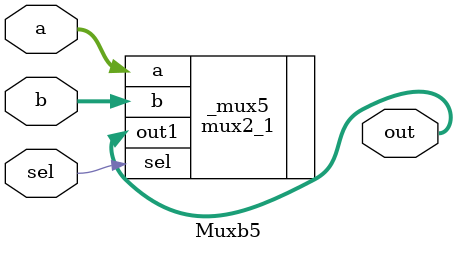
<source format=v>
module Muxb5(out,a,b,sel);
    input [4:0] a;
    input [4:0] b;
    input sel;
    output [4:0] out;
    mux2_1#(5) _mux5(
        .out1(out),.a(a),
        .b(b),.sel(sel)
    );
endmodule
</source>
